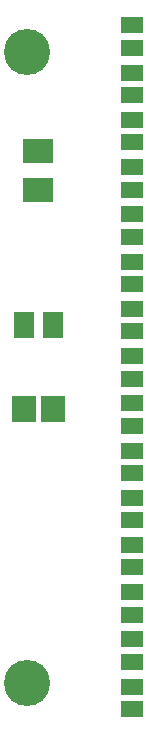
<source format=gts>
G04 (created by PCBNEW-RS274X (2011-07-19)-testing) date Fri 30 Dec 2011 11:25:08 AM PST*
G01*
G70*
G90*
%MOIN*%
G04 Gerber Fmt 3.4, Leading zero omitted, Abs format*
%FSLAX34Y34*%
G04 APERTURE LIST*
%ADD10C,0.006000*%
%ADD11R,0.100000X0.080000*%
%ADD12R,0.075000X0.055000*%
%ADD13R,0.079100X0.090900*%
%ADD14R,0.067200X0.090900*%
%ADD15C,0.153900*%
G04 APERTURE END LIST*
G54D10*
G54D11*
X41260Y-45453D03*
X41260Y-44153D03*
G54D12*
X44370Y-62027D03*
X44370Y-62777D03*
X44370Y-60452D03*
X44370Y-61202D03*
X44370Y-58877D03*
X44370Y-59627D03*
X44370Y-57302D03*
X44370Y-58052D03*
X44370Y-55727D03*
X44370Y-56477D03*
X44370Y-54153D03*
X44370Y-54903D03*
X44370Y-52578D03*
X44370Y-53328D03*
X44370Y-51003D03*
X44370Y-51753D03*
X44370Y-49428D03*
X44370Y-50178D03*
X44370Y-47853D03*
X44370Y-48603D03*
X44370Y-46279D03*
X44370Y-47029D03*
X44370Y-44704D03*
X44370Y-45454D03*
X44370Y-43129D03*
X44370Y-43879D03*
X44370Y-41554D03*
X44370Y-42304D03*
X44370Y-39979D03*
X44370Y-40729D03*
G54D13*
X40768Y-52776D03*
X41752Y-52776D03*
G54D14*
X40768Y-49980D03*
X41752Y-49980D03*
G54D15*
X40870Y-61886D03*
X40870Y-40870D03*
M02*

</source>
